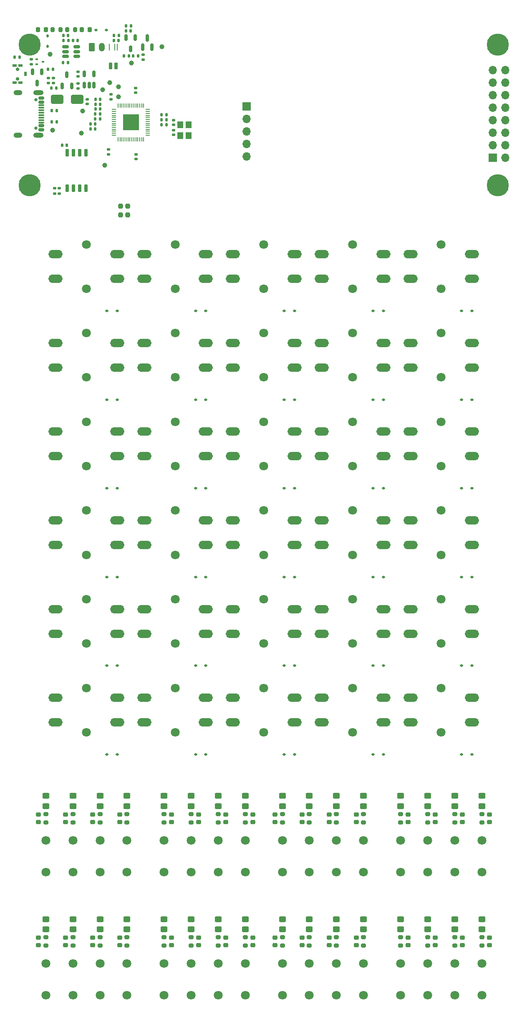
<source format=gbr>
%TF.GenerationSoftware,KiCad,Pcbnew,8.0.7*%
%TF.CreationDate,2025-01-05T21:02:14-05:00*%
%TF.ProjectId,rp2040-programmer-calculator-v2,72703230-3430-42d7-9072-6f6772616d6d,rev?*%
%TF.SameCoordinates,Original*%
%TF.FileFunction,Soldermask,Top*%
%TF.FilePolarity,Negative*%
%FSLAX46Y46*%
G04 Gerber Fmt 4.6, Leading zero omitted, Abs format (unit mm)*
G04 Created by KiCad (PCBNEW 8.0.7) date 2025-01-05 21:02:14*
%MOMM*%
%LPD*%
G01*
G04 APERTURE LIST*
G04 Aperture macros list*
%AMRoundRect*
0 Rectangle with rounded corners*
0 $1 Rounding radius*
0 $2 $3 $4 $5 $6 $7 $8 $9 X,Y pos of 4 corners*
0 Add a 4 corners polygon primitive as box body*
4,1,4,$2,$3,$4,$5,$6,$7,$8,$9,$2,$3,0*
0 Add four circle primitives for the rounded corners*
1,1,$1+$1,$2,$3*
1,1,$1+$1,$4,$5*
1,1,$1+$1,$6,$7*
1,1,$1+$1,$8,$9*
0 Add four rect primitives between the rounded corners*
20,1,$1+$1,$2,$3,$4,$5,0*
20,1,$1+$1,$4,$5,$6,$7,0*
20,1,$1+$1,$6,$7,$8,$9,0*
20,1,$1+$1,$8,$9,$2,$3,0*%
G04 Aperture macros list end*
%ADD10C,1.000000*%
%ADD11C,4.500000*%
%ADD12R,1.700000X1.700000*%
%ADD13O,1.700000X1.700000*%
%ADD14C,1.800000*%
%ADD15RoundRect,0.200000X-0.275000X0.200000X-0.275000X-0.200000X0.275000X-0.200000X0.275000X0.200000X0*%
%ADD16RoundRect,0.250000X0.450000X-0.325000X0.450000X0.325000X-0.450000X0.325000X-0.450000X-0.325000X0*%
%ADD17RoundRect,0.225000X0.250000X-0.225000X0.250000X0.225000X-0.250000X0.225000X-0.250000X-0.225000X0*%
%ADD18RoundRect,0.150000X0.512500X0.150000X-0.512500X0.150000X-0.512500X-0.150000X0.512500X-0.150000X0*%
%ADD19R,1.200000X1.400000*%
%ADD20RoundRect,0.062500X-0.062500X0.587500X-0.062500X-0.587500X0.062500X-0.587500X0.062500X0.587500X0*%
%ADD21RoundRect,0.187500X-0.187500X0.462500X-0.187500X-0.462500X0.187500X-0.462500X0.187500X0.462500X0*%
%ADD22RoundRect,0.150000X0.150000X-0.650000X0.150000X0.650000X-0.150000X0.650000X-0.150000X-0.650000X0*%
%ADD23RoundRect,0.150000X0.150000X-0.512500X0.150000X0.512500X-0.150000X0.512500X-0.150000X-0.512500X0*%
%ADD24R,3.200000X3.200000*%
%ADD25RoundRect,0.050000X0.387500X-0.050000X0.387500X0.050000X-0.387500X0.050000X-0.387500X-0.050000X0*%
%ADD26RoundRect,0.050000X0.050000X-0.387500X0.050000X0.387500X-0.050000X0.387500X-0.050000X-0.387500X0*%
%ADD27R,0.812800X0.508000*%
%ADD28R,0.508000X0.889000*%
%ADD29C,0.711200*%
%ADD30RoundRect,0.135000X-0.185000X0.135000X-0.185000X-0.135000X0.185000X-0.135000X0.185000X0.135000X0*%
%ADD31RoundRect,0.135000X0.135000X0.185000X-0.135000X0.185000X-0.135000X-0.185000X0.135000X-0.185000X0*%
%ADD32RoundRect,0.135000X0.185000X-0.135000X0.185000X0.135000X-0.185000X0.135000X-0.185000X-0.135000X0*%
%ADD33RoundRect,0.135000X-0.135000X-0.185000X0.135000X-0.185000X0.135000X0.185000X-0.135000X0.185000X0*%
%ADD34RoundRect,0.200000X-0.200000X-0.275000X0.200000X-0.275000X0.200000X0.275000X-0.200000X0.275000X0*%
%ADD35RoundRect,0.200000X0.200000X0.275000X-0.200000X0.275000X-0.200000X-0.275000X0.200000X-0.275000X0*%
%ADD36RoundRect,0.237500X-0.237500X0.250000X-0.237500X-0.250000X0.237500X-0.250000X0.237500X0.250000X0*%
%ADD37RoundRect,0.100000X0.155000X0.100000X-0.155000X0.100000X-0.155000X-0.100000X0.155000X-0.100000X0*%
%ADD38RoundRect,0.150000X0.150000X-0.587500X0.150000X0.587500X-0.150000X0.587500X-0.150000X-0.587500X0*%
%ADD39RoundRect,0.150000X-0.150000X0.512500X-0.150000X-0.512500X0.150000X-0.512500X0.150000X0.512500X0*%
%ADD40C,0.650000*%
%ADD41RoundRect,0.150000X-0.425000X0.150000X-0.425000X-0.150000X0.425000X-0.150000X0.425000X0.150000X0*%
%ADD42RoundRect,0.075000X-0.500000X0.075000X-0.500000X-0.075000X0.500000X-0.075000X0.500000X0.075000X0*%
%ADD43O,2.100000X1.000000*%
%ADD44O,1.800000X1.000000*%
%ADD45RoundRect,0.112500X-0.112500X0.187500X-0.112500X-0.187500X0.112500X-0.187500X0.112500X0.187500X0*%
%ADD46RoundRect,0.112500X-0.187500X-0.112500X0.187500X-0.112500X0.187500X0.112500X-0.187500X0.112500X0*%
%ADD47RoundRect,0.218750X0.218750X0.256250X-0.218750X0.256250X-0.218750X-0.256250X0.218750X-0.256250X0*%
%ADD48RoundRect,0.218750X-0.218750X-0.256250X0.218750X-0.256250X0.218750X0.256250X-0.218750X0.256250X0*%
%ADD49RoundRect,0.250000X1.000000X0.650000X-1.000000X0.650000X-1.000000X-0.650000X1.000000X-0.650000X0*%
%ADD50RoundRect,0.140000X0.170000X-0.140000X0.170000X0.140000X-0.170000X0.140000X-0.170000X-0.140000X0*%
%ADD51RoundRect,0.140000X-0.140000X-0.170000X0.140000X-0.170000X0.140000X0.170000X-0.140000X0.170000X0*%
%ADD52RoundRect,0.140000X0.140000X0.170000X-0.140000X0.170000X-0.140000X-0.170000X0.140000X-0.170000X0*%
%ADD53RoundRect,0.140000X-0.170000X0.140000X-0.170000X-0.140000X0.170000X-0.140000X0.170000X0.140000X0*%
%ADD54RoundRect,0.250000X0.350000X0.625000X-0.350000X0.625000X-0.350000X-0.625000X0.350000X-0.625000X0*%
%ADD55O,1.200000X1.750000*%
%ADD56O,2.900000X1.700000*%
G04 APERTURE END LIST*
D10*
%TO.C,TP11*%
X29150000Y-26650000D03*
%TD*%
D11*
%TO.C,U10*%
X25000000Y-24750000D03*
X25000000Y-53250000D03*
X120000000Y-24750000D03*
X120000000Y-53250000D03*
D12*
X118960000Y-47640000D03*
D13*
X121500000Y-47640000D03*
X118960000Y-45100000D03*
X121500000Y-45100000D03*
X118960000Y-42560000D03*
X121500000Y-42560000D03*
X118960000Y-40020000D03*
X121500000Y-40020000D03*
X118960000Y-37480000D03*
X121500000Y-37480000D03*
X118960000Y-34940000D03*
X121500000Y-34940000D03*
X118960000Y-32400000D03*
X121500000Y-32400000D03*
X118960000Y-29860000D03*
X121500000Y-29860000D03*
%TD*%
D14*
%TO.C,SW63*%
X28250000Y-192600000D03*
X28250000Y-186200000D03*
%TD*%
%TO.C,SW62*%
X33750000Y-192600000D03*
X33750000Y-186200000D03*
%TD*%
%TO.C,SW61*%
X39250000Y-192600000D03*
X39250000Y-186200000D03*
%TD*%
%TO.C,SW60*%
X44750000Y-192600001D03*
X44750000Y-186200001D03*
%TD*%
%TO.C,SW59*%
X52249999Y-192600001D03*
X52249999Y-186200001D03*
%TD*%
%TO.C,SW58*%
X57750000Y-192600001D03*
X57750000Y-186200001D03*
%TD*%
%TO.C,SW57*%
X63250000Y-192600001D03*
X63250000Y-186200001D03*
%TD*%
%TO.C,SW56*%
X68750000Y-192600001D03*
X68750000Y-186200001D03*
%TD*%
%TO.C,SW55*%
X76250000Y-192600000D03*
X76250000Y-186200000D03*
%TD*%
%TO.C,SW54*%
X81750000Y-192600000D03*
X81750000Y-186200000D03*
%TD*%
%TO.C,SW53*%
X87250000Y-192600000D03*
X87250000Y-186200000D03*
%TD*%
%TO.C,SW52*%
X92750000Y-192600001D03*
X92750000Y-186200001D03*
%TD*%
%TO.C,SW51*%
X100249999Y-192600001D03*
X100249999Y-186200001D03*
%TD*%
%TO.C,SW50*%
X105750000Y-192600001D03*
X105750000Y-186200001D03*
%TD*%
%TO.C,SW49*%
X111250000Y-192600001D03*
X111250000Y-186200001D03*
%TD*%
%TO.C,SW48*%
X116750000Y-192600001D03*
X116750000Y-186200001D03*
%TD*%
%TO.C,SW47*%
X28250000Y-217600000D03*
X28250000Y-211200000D03*
%TD*%
%TO.C,SW46*%
X33750000Y-217600000D03*
X33750000Y-211200000D03*
%TD*%
%TO.C,SW45*%
X39250000Y-217600000D03*
X39250000Y-211200000D03*
%TD*%
%TO.C,SW44*%
X44750000Y-217600001D03*
X44750000Y-211200001D03*
%TD*%
%TO.C,SW43*%
X52249999Y-217600001D03*
X52249999Y-211200001D03*
%TD*%
%TO.C,SW42*%
X57750000Y-217600001D03*
X57750000Y-211200001D03*
%TD*%
%TO.C,SW41*%
X63250000Y-217600001D03*
X63250000Y-211200001D03*
%TD*%
%TO.C,SW40*%
X68750000Y-217600001D03*
X68750000Y-211200001D03*
%TD*%
D15*
%TO.C,R34*%
X28250000Y-182525000D03*
X28250000Y-180875000D03*
%TD*%
%TO.C,R33*%
X33750000Y-182525000D03*
X33750000Y-180875000D03*
%TD*%
%TO.C,R32*%
X39250000Y-182525000D03*
X39250000Y-180875000D03*
%TD*%
%TO.C,R31*%
X44750000Y-182525000D03*
X44750000Y-180875000D03*
%TD*%
%TO.C,R30*%
X52250000Y-182525001D03*
X52250000Y-180875001D03*
%TD*%
%TO.C,R29*%
X57750000Y-182525001D03*
X57750000Y-180875001D03*
%TD*%
%TO.C,R28*%
X63250000Y-182525001D03*
X63250000Y-180875001D03*
%TD*%
%TO.C,R27*%
X68750000Y-182525001D03*
X68750000Y-180875001D03*
%TD*%
%TO.C,R26*%
X76250000Y-182525000D03*
X76250000Y-180875000D03*
%TD*%
%TO.C,R25*%
X81750000Y-182525000D03*
X81750000Y-180875000D03*
%TD*%
%TO.C,R24*%
X87250000Y-182525000D03*
X87250000Y-180875000D03*
%TD*%
%TO.C,R23*%
X92750000Y-182525000D03*
X92750000Y-180875000D03*
%TD*%
%TO.C,R22*%
X100250000Y-182525001D03*
X100250000Y-180875001D03*
%TD*%
%TO.C,R21*%
X105750000Y-182525001D03*
X105750000Y-180875001D03*
%TD*%
%TO.C,R20*%
X111250000Y-182525001D03*
X111250000Y-180875001D03*
%TD*%
%TO.C,R19*%
X116750000Y-182525001D03*
X116750000Y-180875001D03*
%TD*%
%TO.C,R18*%
X28250000Y-207525000D03*
X28250000Y-205875000D03*
%TD*%
%TO.C,R17*%
X33750000Y-207525000D03*
X33750000Y-205875000D03*
%TD*%
%TO.C,R16*%
X39250000Y-207525000D03*
X39250000Y-205875000D03*
%TD*%
%TO.C,R15*%
X44750000Y-207525000D03*
X44750000Y-205875000D03*
%TD*%
%TO.C,R14*%
X52250000Y-207525001D03*
X52250000Y-205875001D03*
%TD*%
%TO.C,R13*%
X57750000Y-207525001D03*
X57750000Y-205875001D03*
%TD*%
%TO.C,R12*%
X63250000Y-207525001D03*
X63250000Y-205875001D03*
%TD*%
%TO.C,R11*%
X68750000Y-207525001D03*
X68750000Y-205875001D03*
%TD*%
D16*
%TO.C,D62*%
X28250000Y-177175001D03*
X28250000Y-179225001D03*
%TD*%
%TO.C,D61*%
X33750000Y-177175001D03*
X33750000Y-179225001D03*
%TD*%
%TO.C,D60*%
X39250000Y-177175001D03*
X39250000Y-179225001D03*
%TD*%
%TO.C,D59*%
X44750000Y-177175001D03*
X44750000Y-179225001D03*
%TD*%
%TO.C,D58*%
X52250000Y-177175002D03*
X52250000Y-179225002D03*
%TD*%
%TO.C,D57*%
X57750000Y-177175002D03*
X57750000Y-179225002D03*
%TD*%
%TO.C,D56*%
X63250000Y-177175002D03*
X63250000Y-179225002D03*
%TD*%
%TO.C,D55*%
X68750000Y-177175002D03*
X68750000Y-179225002D03*
%TD*%
%TO.C,D54*%
X76250000Y-177175001D03*
X76250000Y-179225001D03*
%TD*%
%TO.C,D53*%
X81750000Y-177175001D03*
X81750000Y-179225001D03*
%TD*%
%TO.C,D52*%
X87250000Y-177175001D03*
X87250000Y-179225001D03*
%TD*%
%TO.C,D51*%
X92750000Y-177175001D03*
X92750000Y-179225001D03*
%TD*%
%TO.C,D50*%
X100250000Y-177175002D03*
X100250000Y-179225002D03*
%TD*%
%TO.C,D49*%
X105750000Y-177175002D03*
X105750000Y-179225002D03*
%TD*%
%TO.C,D48*%
X111250000Y-177175002D03*
X111250000Y-179225002D03*
%TD*%
%TO.C,D47*%
X116750000Y-177175002D03*
X116750000Y-179225002D03*
%TD*%
%TO.C,D46*%
X28250000Y-202175001D03*
X28250000Y-204225001D03*
%TD*%
%TO.C,D45*%
X33750000Y-202175001D03*
X33750000Y-204225001D03*
%TD*%
%TO.C,D44*%
X39250000Y-202175001D03*
X39250000Y-204225001D03*
%TD*%
%TO.C,D43*%
X44750000Y-202175001D03*
X44750000Y-204225001D03*
%TD*%
%TO.C,D42*%
X52250000Y-202175002D03*
X52250000Y-204225002D03*
%TD*%
%TO.C,D41*%
X57750000Y-202175002D03*
X57750000Y-204225002D03*
%TD*%
%TO.C,D40*%
X63250000Y-202175002D03*
X63250000Y-204225002D03*
%TD*%
%TO.C,D39*%
X68750000Y-202175002D03*
X68750000Y-204225002D03*
%TD*%
D17*
%TO.C,C36*%
X26750000Y-180925000D03*
X26750000Y-182475000D03*
%TD*%
%TO.C,C35*%
X32250000Y-180925000D03*
X32250000Y-182475000D03*
%TD*%
%TO.C,C34*%
X37750000Y-180925000D03*
X37750000Y-182475000D03*
%TD*%
%TO.C,C33*%
X43250000Y-180925000D03*
X43250000Y-182475000D03*
%TD*%
%TO.C,C32*%
X53750000Y-180925001D03*
X53750000Y-182475001D03*
%TD*%
%TO.C,C31*%
X59250000Y-180925001D03*
X59250000Y-182475001D03*
%TD*%
%TO.C,C30*%
X64750000Y-180925001D03*
X64750000Y-182475001D03*
%TD*%
%TO.C,C28*%
X70250000Y-180925001D03*
X70250000Y-182475001D03*
%TD*%
%TO.C,C27*%
X74750000Y-180925000D03*
X74750000Y-182475000D03*
%TD*%
%TO.C,C26*%
X80250000Y-180925000D03*
X80250000Y-182475000D03*
%TD*%
%TO.C,C25*%
X85750000Y-180925000D03*
X85750000Y-182475000D03*
%TD*%
%TO.C,C24*%
X91250000Y-180925000D03*
X91250000Y-182475000D03*
%TD*%
%TO.C,C23*%
X101750000Y-180925001D03*
X101750000Y-182475001D03*
%TD*%
%TO.C,C22*%
X107250000Y-180925001D03*
X107250000Y-182475001D03*
%TD*%
%TO.C,C21*%
X112750000Y-180925001D03*
X112750000Y-182475001D03*
%TD*%
%TO.C,C19*%
X118250000Y-180925001D03*
X118250000Y-182475001D03*
%TD*%
%TO.C,C18*%
X26750000Y-205925000D03*
X26750000Y-207475000D03*
%TD*%
%TO.C,C17*%
X32250000Y-205925000D03*
X32250000Y-207475000D03*
%TD*%
%TO.C,C16*%
X37750000Y-205925000D03*
X37750000Y-207475000D03*
%TD*%
%TO.C,C15*%
X43250000Y-205925000D03*
X43250000Y-207475000D03*
%TD*%
%TO.C,C14*%
X53750000Y-205925001D03*
X53750000Y-207475001D03*
%TD*%
%TO.C,C13*%
X59250000Y-205925001D03*
X59250000Y-207475001D03*
%TD*%
%TO.C,C12*%
X64750000Y-205925001D03*
X64750000Y-207475001D03*
%TD*%
%TO.C,C10*%
X70250000Y-205925001D03*
X70250000Y-207475001D03*
%TD*%
%TO.C,C9*%
X74750000Y-205925001D03*
X74750000Y-207475001D03*
%TD*%
%TO.C,C8*%
X80250000Y-205925001D03*
X80250000Y-207475001D03*
%TD*%
%TO.C,C7*%
X85750000Y-205925001D03*
X85750000Y-207475001D03*
%TD*%
%TO.C,C6*%
X91250000Y-205925001D03*
X91250000Y-207475001D03*
%TD*%
%TO.C,C5*%
X101750000Y-205925001D03*
X101750000Y-207475001D03*
%TD*%
%TO.C,C4*%
X107250000Y-205925001D03*
X107250000Y-207475001D03*
%TD*%
%TO.C,C3*%
X112750000Y-205925001D03*
X112750000Y-207475001D03*
%TD*%
%TO.C,C1*%
X118250000Y-205925001D03*
X118250000Y-207475001D03*
%TD*%
D18*
%TO.C,U8*%
X34525000Y-27100000D03*
X34525000Y-26150000D03*
X34525000Y-25200000D03*
X32250000Y-25200000D03*
X32250000Y-26150000D03*
X32250000Y-27100000D03*
%TD*%
D19*
%TO.C,Y1*%
X55570000Y-43200000D03*
X55570000Y-41000000D03*
X57270000Y-41000000D03*
X57270000Y-43200000D03*
%TD*%
D20*
%TO.C,U9*%
X42745000Y-25250000D03*
X42215000Y-25250000D03*
X41155000Y-25250000D03*
D21*
X41420000Y-29050000D03*
X42480000Y-29050000D03*
%TD*%
D22*
%TO.C,U6*%
X32590000Y-53900000D03*
X33860000Y-53900000D03*
X35130000Y-53900000D03*
X36400000Y-53900000D03*
X36400000Y-46700000D03*
X35130000Y-46700000D03*
X33860000Y-46700000D03*
X32590000Y-46700000D03*
%TD*%
D23*
%TO.C,U7*%
X36100000Y-30700000D03*
X38000000Y-30700000D03*
X38000000Y-32975000D03*
X37050000Y-32975000D03*
X36100000Y-32975000D03*
%TD*%
D24*
%TO.C,U1*%
X45532500Y-40500000D03*
D25*
X42095000Y-43100000D03*
X42095000Y-42700000D03*
X42095000Y-42300000D03*
X42095000Y-41900000D03*
X42095000Y-41500000D03*
X42095000Y-41100000D03*
X42095000Y-40700000D03*
X42095000Y-40300000D03*
X42095000Y-39900000D03*
X42095000Y-39500000D03*
X42095000Y-39100000D03*
X42095000Y-38700000D03*
X42095000Y-38300000D03*
X42095000Y-37900000D03*
D26*
X42932500Y-37062500D03*
X43332500Y-37062500D03*
X43732500Y-37062500D03*
X44132500Y-37062500D03*
X44532500Y-37062500D03*
X44932500Y-37062500D03*
X45332500Y-37062500D03*
X45732500Y-37062500D03*
X46132500Y-37062500D03*
X46532500Y-37062500D03*
X46932500Y-37062500D03*
X47332500Y-37062500D03*
X47732500Y-37062500D03*
X48132500Y-37062500D03*
D25*
X48970000Y-37900000D03*
X48970000Y-38300000D03*
X48970000Y-38700000D03*
X48970000Y-39100000D03*
X48970000Y-39500000D03*
X48970000Y-39900000D03*
X48970000Y-40300000D03*
X48970000Y-40700000D03*
X48970000Y-41100000D03*
X48970000Y-41500000D03*
X48970000Y-41900000D03*
X48970000Y-42300000D03*
X48970000Y-42700000D03*
X48970000Y-43100000D03*
D26*
X48132500Y-43937500D03*
X47732500Y-43937500D03*
X47332500Y-43937500D03*
X46932500Y-43937500D03*
X46532500Y-43937500D03*
X46132500Y-43937500D03*
X45732500Y-43937500D03*
X45332500Y-43937500D03*
X44932500Y-43937500D03*
X44532500Y-43937500D03*
X44132500Y-43937500D03*
X43732500Y-43937500D03*
X43332500Y-43937500D03*
X42932500Y-43937500D03*
%TD*%
D10*
%TO.C,TP10*%
X35700000Y-38200000D03*
%TD*%
%TO.C,TP9*%
X39800000Y-33900000D03*
%TD*%
%TO.C,TP8*%
X51800000Y-25200000D03*
%TD*%
%TO.C,TP7*%
X45600000Y-28500000D03*
%TD*%
%TO.C,TP6*%
X29600000Y-42100000D03*
%TD*%
%TO.C,TP5*%
X35500000Y-42700000D03*
%TD*%
%TO.C,TP4*%
X40200000Y-49200000D03*
%TD*%
%TO.C,TP3*%
X43000000Y-35300000D03*
%TD*%
%TO.C,TP2*%
X43000000Y-33300000D03*
%TD*%
%TO.C,TP1*%
X41200000Y-32400000D03*
%TD*%
D27*
%TO.C,SW65*%
X23099998Y-28999998D03*
D28*
X24149998Y-30700000D03*
D27*
X23099998Y-32400002D03*
X21900000Y-32400002D03*
X21900000Y-28999998D03*
D29*
X22499999Y-31700001D03*
X22499999Y-29699999D03*
%TD*%
D14*
%TO.C,SW39*%
X76250000Y-211200001D03*
X76250000Y-217600001D03*
%TD*%
%TO.C,SW35*%
X100250000Y-211200001D03*
X100250000Y-217600001D03*
%TD*%
%TO.C,SW38*%
X81750000Y-211200001D03*
X81750000Y-217600001D03*
%TD*%
%TO.C,SW34*%
X105750000Y-211200001D03*
X105750000Y-217600001D03*
%TD*%
%TO.C,SW37*%
X87250000Y-211200001D03*
X87250000Y-217600001D03*
%TD*%
%TO.C,SW33*%
X111250000Y-211200001D03*
X111250000Y-217600001D03*
%TD*%
%TO.C,SW36*%
X92750000Y-211200001D03*
X92750000Y-217600001D03*
%TD*%
%TO.C,SW32*%
X116750000Y-211200001D03*
X116750000Y-217600001D03*
%TD*%
D30*
%TO.C,R55*%
X25310000Y-27680000D03*
X25310000Y-28700000D03*
%TD*%
D31*
%TO.C,R54*%
X29720000Y-29700000D03*
X28700000Y-29700000D03*
%TD*%
D32*
%TO.C,R53*%
X28800000Y-31500000D03*
X28800000Y-32520000D03*
%TD*%
D33*
%TO.C,R52*%
X21900000Y-27300000D03*
X22920000Y-27300000D03*
%TD*%
D31*
%TO.C,R51*%
X45150000Y-27000000D03*
X44130000Y-27000000D03*
%TD*%
%TO.C,R50*%
X47020000Y-27000000D03*
X46000000Y-27000000D03*
%TD*%
D32*
%TO.C,R49*%
X48050000Y-26750000D03*
X48050000Y-27770000D03*
%TD*%
D31*
%TO.C,R48*%
X43070000Y-22900000D03*
X42050000Y-22900000D03*
%TD*%
D33*
%TO.C,R47*%
X44500000Y-20950000D03*
X45520000Y-20950000D03*
%TD*%
D34*
%TO.C,R46*%
X32575000Y-21700000D03*
X34225000Y-21700000D03*
%TD*%
D35*
%TO.C,R45*%
X31250000Y-21650000D03*
X29600000Y-21650000D03*
%TD*%
D33*
%TO.C,R44*%
X31750000Y-28350000D03*
X32770000Y-28350000D03*
%TD*%
%TO.C,R43*%
X31850000Y-23900000D03*
X32870000Y-23900000D03*
%TD*%
D31*
%TO.C,R42*%
X29380000Y-33500000D03*
X30400000Y-33500000D03*
%TD*%
%TO.C,R41*%
X52790000Y-41000000D03*
X51770000Y-41000000D03*
%TD*%
D33*
%TO.C,R40*%
X38275000Y-39800000D03*
X39295000Y-39800000D03*
%TD*%
%TO.C,R39*%
X38275000Y-38800000D03*
X39295000Y-38800000D03*
%TD*%
%TO.C,R38*%
X29500000Y-40400000D03*
X30520000Y-40400000D03*
%TD*%
%TO.C,R37*%
X29490000Y-38100000D03*
X30510000Y-38100000D03*
%TD*%
D32*
%TO.C,R36*%
X31032500Y-54920000D03*
X31032500Y-53900000D03*
%TD*%
%TO.C,R35*%
X30032500Y-54920000D03*
X30032500Y-53900000D03*
%TD*%
D15*
%TO.C,R10*%
X76250000Y-207525001D03*
X76250000Y-205875001D03*
%TD*%
%TO.C,R9*%
X81750000Y-207525001D03*
X81750000Y-205875001D03*
%TD*%
%TO.C,R8*%
X87250000Y-207525001D03*
X87250000Y-205875001D03*
%TD*%
%TO.C,R7*%
X92750000Y-207525001D03*
X92750000Y-205875001D03*
%TD*%
%TO.C,R6*%
X100250000Y-207525001D03*
X100250000Y-205875001D03*
%TD*%
%TO.C,R5*%
X105750000Y-207525001D03*
X105750000Y-205875001D03*
%TD*%
%TO.C,R4*%
X111250000Y-207525001D03*
X111250000Y-205875001D03*
%TD*%
%TO.C,R3*%
X116750000Y-207525001D03*
X116750000Y-205875001D03*
%TD*%
D36*
%TO.C,R2*%
X43400000Y-57475000D03*
X43400000Y-59300000D03*
%TD*%
%TO.C,R1*%
X44900000Y-59300000D03*
X44900000Y-57475000D03*
%TD*%
D37*
%TO.C,Q4*%
X26410000Y-27700000D03*
X26410000Y-28700000D03*
X27700000Y-28200000D03*
%TD*%
D38*
%TO.C,Q3*%
X47900000Y-25225000D03*
X49800000Y-25225000D03*
X48850000Y-23350000D03*
%TD*%
D39*
%TO.C,Q2*%
X46400000Y-23325000D03*
X44500000Y-23325000D03*
X45450000Y-25600000D03*
%TD*%
D23*
%TO.C,Q1*%
X32550000Y-30825000D03*
X33500000Y-33100000D03*
X31600000Y-33100000D03*
%TD*%
D40*
%TO.C,J2*%
X26280000Y-35910000D03*
X26280000Y-41690000D03*
D41*
X27355000Y-35600000D03*
X27355000Y-36400000D03*
D42*
X27355000Y-37550000D03*
X27355000Y-38550000D03*
X27355000Y-39050000D03*
X27355000Y-40050000D03*
D41*
X27355000Y-41200000D03*
X27355000Y-42000000D03*
X27355000Y-42000000D03*
X27355000Y-41200000D03*
D42*
X27355000Y-40550000D03*
X27355000Y-39550000D03*
X27355000Y-38050000D03*
X27355000Y-37050000D03*
D41*
X27355000Y-36400000D03*
X27355000Y-35600000D03*
D43*
X26780000Y-34480000D03*
D44*
X22600000Y-34480000D03*
D43*
X26780000Y-43120000D03*
D44*
X22600000Y-43120000D03*
%TD*%
D13*
%TO.C,J1*%
X69000000Y-47410000D03*
X69000000Y-44870000D03*
X69000000Y-42330000D03*
X69000000Y-39790000D03*
D12*
X69000000Y-37250000D03*
%TD*%
D39*
%TO.C,D68*%
X27450000Y-30225000D03*
X25550000Y-30225000D03*
X26500000Y-32500000D03*
%TD*%
D45*
%TO.C,D67*%
X28600000Y-22950000D03*
X28600000Y-25050000D03*
%TD*%
D46*
%TO.C,D66*%
X38450000Y-21750000D03*
X40550000Y-21750000D03*
%TD*%
D47*
%TO.C,D65*%
X35575000Y-21700000D03*
X37150000Y-21700000D03*
%TD*%
D48*
%TO.C,D64*%
X26675000Y-21650000D03*
X28250000Y-21650000D03*
%TD*%
D49*
%TO.C,D63*%
X30600000Y-35800000D03*
X34600000Y-35800000D03*
%TD*%
D16*
%TO.C,D38*%
X76250000Y-204225001D03*
X76250000Y-202175001D03*
%TD*%
%TO.C,D37*%
X81750000Y-202175001D03*
X81750000Y-204225001D03*
%TD*%
%TO.C,D36*%
X87250000Y-202175001D03*
X87250000Y-204225001D03*
%TD*%
%TO.C,D35*%
X92750000Y-202175001D03*
X92750000Y-204225001D03*
%TD*%
%TO.C,D34*%
X100250000Y-202175001D03*
X100250000Y-204225001D03*
%TD*%
%TO.C,D33*%
X105750000Y-202175001D03*
X105750000Y-204225001D03*
%TD*%
%TO.C,D32*%
X111250000Y-202175001D03*
X111250000Y-204225001D03*
%TD*%
%TO.C,D31*%
X116750000Y-202175001D03*
X116750000Y-204225001D03*
%TD*%
D46*
%TO.C,D30*%
X112650000Y-168750000D03*
X114750000Y-168750000D03*
%TD*%
%TO.C,D29*%
X94650000Y-168750000D03*
X96750000Y-168750000D03*
%TD*%
%TO.C,D28*%
X76650000Y-168750000D03*
X78750000Y-168750000D03*
%TD*%
%TO.C,D27*%
X58650000Y-168750000D03*
X60750000Y-168750000D03*
%TD*%
%TO.C,D26*%
X40650000Y-168750000D03*
X42750000Y-168750000D03*
%TD*%
%TO.C,D25*%
X112650000Y-150750000D03*
X114750000Y-150750000D03*
%TD*%
%TO.C,D24*%
X94650000Y-150750000D03*
X96750000Y-150750000D03*
%TD*%
%TO.C,D23*%
X76650000Y-150750000D03*
X78750000Y-150750000D03*
%TD*%
%TO.C,D22*%
X58650000Y-150750000D03*
X60750000Y-150750000D03*
%TD*%
%TO.C,D21*%
X40650000Y-150750000D03*
X42750000Y-150750000D03*
%TD*%
%TO.C,D20*%
X112650000Y-132750000D03*
X114750000Y-132750000D03*
%TD*%
%TO.C,D19*%
X94650000Y-132750000D03*
X96750000Y-132750000D03*
%TD*%
%TO.C,D18*%
X76650000Y-132750000D03*
X78750000Y-132750000D03*
%TD*%
%TO.C,D17*%
X58650000Y-132750000D03*
X60750000Y-132750000D03*
%TD*%
%TO.C,D16*%
X40650000Y-132750000D03*
X42750000Y-132750000D03*
%TD*%
%TO.C,D15*%
X112650000Y-114750000D03*
X114750000Y-114750000D03*
%TD*%
%TO.C,D14*%
X94650000Y-114750000D03*
X96750000Y-114750000D03*
%TD*%
%TO.C,D13*%
X76650000Y-114750000D03*
X78750000Y-114750000D03*
%TD*%
%TO.C,D12*%
X58650000Y-114750000D03*
X60750000Y-114750000D03*
%TD*%
%TO.C,D11*%
X40650000Y-114750000D03*
X42750000Y-114750000D03*
%TD*%
%TO.C,D10*%
X112650000Y-96750000D03*
X114750000Y-96750000D03*
%TD*%
%TO.C,D9*%
X94650000Y-96750000D03*
X96750000Y-96750000D03*
%TD*%
%TO.C,D8*%
X76650000Y-96750000D03*
X78750000Y-96750000D03*
%TD*%
%TO.C,D7*%
X58650000Y-96750000D03*
X60750000Y-96750000D03*
%TD*%
%TO.C,D6*%
X40650000Y-96750000D03*
X42750000Y-96750000D03*
%TD*%
%TO.C,D5*%
X112650000Y-78750000D03*
X114750000Y-78750000D03*
%TD*%
%TO.C,D4*%
X94650000Y-78750000D03*
X96750000Y-78750000D03*
%TD*%
%TO.C,D3*%
X76650000Y-78750000D03*
X78750000Y-78750000D03*
%TD*%
%TO.C,D2*%
X58650000Y-78750000D03*
X60750000Y-78750000D03*
%TD*%
%TO.C,D1*%
X40650000Y-78750000D03*
X42750000Y-78750000D03*
%TD*%
D50*
%TO.C,C58*%
X46530000Y-34500000D03*
X46530000Y-33540000D03*
%TD*%
D51*
%TO.C,C57*%
X51770000Y-40000000D03*
X52730000Y-40000000D03*
%TD*%
D52*
%TO.C,C56*%
X39295000Y-35800000D03*
X38335000Y-35800000D03*
%TD*%
%TO.C,C55*%
X39295000Y-36800000D03*
X38335000Y-36800000D03*
%TD*%
%TO.C,C54*%
X39295000Y-37800000D03*
X38335000Y-37800000D03*
%TD*%
D50*
%TO.C,C53*%
X29800000Y-32500000D03*
X29800000Y-31540000D03*
%TD*%
D53*
%TO.C,C52*%
X46600000Y-47000000D03*
X46600000Y-47960000D03*
%TD*%
%TO.C,C51*%
X41000000Y-46000000D03*
X41000000Y-46960000D03*
%TD*%
D52*
%TO.C,C50*%
X38300000Y-40800000D03*
X37340000Y-40800000D03*
%TD*%
D50*
%TO.C,C49*%
X41500000Y-35800000D03*
X41500000Y-34840000D03*
%TD*%
D51*
%TO.C,C48*%
X51770000Y-39000000D03*
X52730000Y-39000000D03*
%TD*%
D52*
%TO.C,C47*%
X38300000Y-41800000D03*
X37340000Y-41800000D03*
%TD*%
%TO.C,C46*%
X42050000Y-23850000D03*
X43010000Y-23850000D03*
%TD*%
D51*
%TO.C,C45*%
X44550000Y-21920000D03*
X45510000Y-21920000D03*
%TD*%
D50*
%TO.C,C44*%
X34800000Y-32640000D03*
X34800000Y-33600000D03*
%TD*%
D51*
%TO.C,C43*%
X33750000Y-23900000D03*
X34710000Y-23900000D03*
%TD*%
D53*
%TO.C,C42*%
X36700000Y-36760000D03*
X36700000Y-35800000D03*
%TD*%
%TO.C,C41*%
X34800000Y-31160000D03*
X34800000Y-30200000D03*
%TD*%
D51*
%TO.C,C40*%
X31850000Y-22900000D03*
X32810000Y-22900000D03*
%TD*%
D53*
%TO.C,C39*%
X54170000Y-41000000D03*
X54170000Y-40040000D03*
%TD*%
D50*
%TO.C,C38*%
X54170000Y-42100000D03*
X54170000Y-43060000D03*
%TD*%
D52*
%TO.C,C37*%
X32532500Y-45160000D03*
X31572500Y-45160000D03*
%TD*%
D54*
%TO.C,BT1*%
X37600000Y-25250000D03*
D55*
X39600000Y-25250000D03*
%TD*%
D56*
%TO.C,SW31*%
X114750000Y-162250000D03*
X102250000Y-162250000D03*
X114750000Y-157250000D03*
X102250000Y-157250000D03*
D14*
X108500000Y-164250000D03*
X108500000Y-155250000D03*
%TD*%
D56*
%TO.C,SW30*%
X96750000Y-162250000D03*
X84250000Y-162250000D03*
X96750000Y-157250000D03*
X84250000Y-157250000D03*
D14*
X90500000Y-164250000D03*
X90500000Y-155250000D03*
%TD*%
D56*
%TO.C,SW29*%
X78750000Y-162250000D03*
X66250000Y-162250000D03*
X78750000Y-157250000D03*
X66250000Y-157250000D03*
D14*
X72500000Y-164250000D03*
X72500000Y-155250000D03*
%TD*%
D56*
%TO.C,SW28*%
X60750000Y-162250000D03*
X48250000Y-162250000D03*
X60750000Y-157250000D03*
X48250000Y-157250000D03*
D14*
X54500000Y-164250000D03*
X54500000Y-155250000D03*
%TD*%
D56*
%TO.C,SW27*%
X42750000Y-162250000D03*
X30250000Y-162250000D03*
X42750000Y-157250000D03*
X30250000Y-157250000D03*
D14*
X36500000Y-164250000D03*
X36500000Y-155250000D03*
%TD*%
D56*
%TO.C,SW26*%
X114750000Y-144250000D03*
X102250000Y-144250000D03*
X114750000Y-139250000D03*
X102250000Y-139250000D03*
D14*
X108500000Y-146250000D03*
X108500000Y-137250000D03*
%TD*%
D56*
%TO.C,SW25*%
X96750000Y-144250000D03*
X84250000Y-144250000D03*
X96750000Y-139250000D03*
X84250000Y-139250000D03*
D14*
X90500000Y-146250000D03*
X90500000Y-137250000D03*
%TD*%
D56*
%TO.C,SW24*%
X78750000Y-144250000D03*
X66250000Y-144250000D03*
X78750000Y-139250000D03*
X66250000Y-139250000D03*
D14*
X72500000Y-146250000D03*
X72500000Y-137250000D03*
%TD*%
D56*
%TO.C,SW23*%
X60750000Y-144250000D03*
X48250000Y-144250000D03*
X60750000Y-139250000D03*
X48250000Y-139250000D03*
D14*
X54500000Y-146250000D03*
X54500000Y-137250000D03*
%TD*%
D56*
%TO.C,SW22*%
X42750000Y-144250000D03*
X30250000Y-144250000D03*
X42750000Y-139250000D03*
X30250000Y-139250000D03*
D14*
X36500000Y-146250000D03*
X36500000Y-137250000D03*
%TD*%
D56*
%TO.C,SW21*%
X114750000Y-126250000D03*
X102250000Y-126250000D03*
X114750000Y-121250000D03*
X102250000Y-121250000D03*
D14*
X108500000Y-128250000D03*
X108500000Y-119250000D03*
%TD*%
D56*
%TO.C,SW20*%
X96750000Y-126250000D03*
X84250000Y-126250000D03*
X96750000Y-121250000D03*
X84250000Y-121250000D03*
D14*
X90500000Y-128250000D03*
X90500000Y-119250000D03*
%TD*%
D56*
%TO.C,SW19*%
X78750000Y-126250000D03*
X66250000Y-126250000D03*
X78750000Y-121250000D03*
X66250000Y-121250000D03*
D14*
X72500000Y-128250000D03*
X72500000Y-119250000D03*
%TD*%
D56*
%TO.C,SW18*%
X60750000Y-126250000D03*
X48250000Y-126250000D03*
X60750000Y-121250000D03*
X48250000Y-121250000D03*
D14*
X54500000Y-128250000D03*
X54500000Y-119250000D03*
%TD*%
D56*
%TO.C,SW17*%
X42750000Y-126250000D03*
X30250000Y-126250000D03*
X42750000Y-121250000D03*
X30250000Y-121250000D03*
D14*
X36500000Y-128250000D03*
X36500000Y-119250000D03*
%TD*%
D56*
%TO.C,SW16*%
X114750000Y-108250000D03*
X102250000Y-108250000D03*
X114750000Y-103250000D03*
X102250000Y-103250000D03*
D14*
X108500000Y-110250000D03*
X108500000Y-101250000D03*
%TD*%
D56*
%TO.C,SW15*%
X96750000Y-108250000D03*
X84250000Y-108250000D03*
X96750000Y-103250000D03*
X84250000Y-103250000D03*
D14*
X90500000Y-110250000D03*
X90500000Y-101250000D03*
%TD*%
D56*
%TO.C,SW14*%
X78750000Y-108250000D03*
X66250000Y-108250000D03*
X78750000Y-103250000D03*
X66250000Y-103250000D03*
D14*
X72500000Y-110250000D03*
X72500000Y-101250000D03*
%TD*%
D56*
%TO.C,SW13*%
X60750000Y-108250000D03*
X48250000Y-108250000D03*
X60750000Y-103250000D03*
X48250000Y-103250000D03*
D14*
X54500000Y-110250000D03*
X54500000Y-101250000D03*
%TD*%
D56*
%TO.C,SW12*%
X42750000Y-108250000D03*
X30250000Y-108250000D03*
X42750000Y-103250000D03*
X30250000Y-103250000D03*
D14*
X36500000Y-110250000D03*
X36500000Y-101250000D03*
%TD*%
D56*
%TO.C,SW11*%
X114750000Y-90250000D03*
X102250000Y-90250000D03*
X114750000Y-85250000D03*
X102250000Y-85250000D03*
D14*
X108500000Y-92250000D03*
X108500000Y-83250000D03*
%TD*%
D56*
%TO.C,SW10*%
X96750000Y-90250000D03*
X84250000Y-90250000D03*
X96750000Y-85250000D03*
X84250000Y-85250000D03*
D14*
X90500000Y-92250000D03*
X90500000Y-83250000D03*
%TD*%
D56*
%TO.C,SW9*%
X78750000Y-90250000D03*
X66250000Y-90250000D03*
X78750000Y-85250000D03*
X66250000Y-85250000D03*
D14*
X72500000Y-92250000D03*
X72500000Y-83250000D03*
%TD*%
D56*
%TO.C,SW8*%
X60750000Y-90250000D03*
X48250000Y-90250000D03*
X60750000Y-85250000D03*
X48250000Y-85250000D03*
D14*
X54500000Y-92250000D03*
X54500000Y-83250000D03*
%TD*%
D56*
%TO.C,SW7*%
X42750000Y-90250000D03*
X30250000Y-90250000D03*
X42750000Y-85250000D03*
X30250000Y-85250000D03*
D14*
X36500000Y-92250000D03*
X36500000Y-83250000D03*
%TD*%
D56*
%TO.C,SW6*%
X114750000Y-72250000D03*
X102250000Y-72250000D03*
X114750000Y-67250000D03*
X102250000Y-67250000D03*
D14*
X108500000Y-74250000D03*
X108500000Y-65250000D03*
%TD*%
D56*
%TO.C,SW5*%
X96750000Y-72250000D03*
X84250000Y-72250000D03*
X96750000Y-67250000D03*
X84250000Y-67250000D03*
D14*
X90500000Y-74250000D03*
X90500000Y-65250000D03*
%TD*%
D56*
%TO.C,SW4*%
X78750000Y-72250000D03*
X66250000Y-72250000D03*
X78750000Y-67250000D03*
X66250000Y-67250000D03*
D14*
X72500000Y-74250000D03*
X72500000Y-65250000D03*
%TD*%
D56*
%TO.C,SW3*%
X60750000Y-72250000D03*
X48250000Y-72250000D03*
X60750000Y-67250000D03*
X48250000Y-67250000D03*
D14*
X54500000Y-74250000D03*
X54500000Y-65250000D03*
%TD*%
D56*
%TO.C,SW2*%
X42750000Y-72250000D03*
X30250000Y-72250000D03*
X42750000Y-67250000D03*
X30250000Y-67250000D03*
D14*
X36500000Y-74250000D03*
X36500000Y-65250000D03*
%TD*%
M02*

</source>
